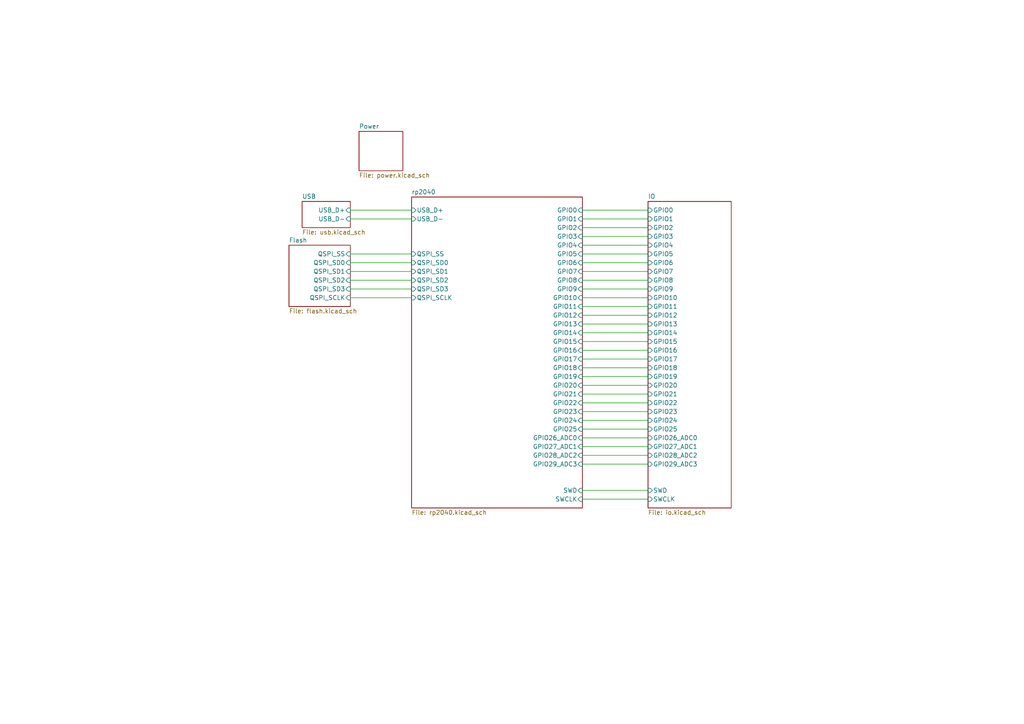
<source format=kicad_sch>
(kicad_sch
	(version 20231120)
	(generator "eeschema")
	(generator_version "8.0")
	(uuid "b920ba62-ae29-4be1-8493-2f85fc152395")
	(paper "A4")
	(title_block
		(title "rp2040-devboard")
		(rev "a")
	)
	(lib_symbols)
	(wire
		(pts
			(xy 101.6 63.5) (xy 119.38 63.5)
		)
		(stroke
			(width 0)
			(type default)
		)
		(uuid "09b550cf-29fc-4262-85d0-1ed481559a7b")
	)
	(wire
		(pts
			(xy 168.91 68.58) (xy 187.96 68.58)
		)
		(stroke
			(width 0)
			(type default)
		)
		(uuid "107f6e3c-7d0c-4156-a7e7-59f7c2448269")
	)
	(wire
		(pts
			(xy 168.91 111.76) (xy 187.96 111.76)
		)
		(stroke
			(width 0)
			(type default)
		)
		(uuid "12e33656-04a4-439e-acfd-f1f6415f33bd")
	)
	(wire
		(pts
			(xy 168.91 109.22) (xy 187.96 109.22)
		)
		(stroke
			(width 0)
			(type default)
		)
		(uuid "137ee865-9101-4461-9c57-043adedf6614")
	)
	(wire
		(pts
			(xy 168.91 132.08) (xy 187.96 132.08)
		)
		(stroke
			(width 0)
			(type default)
		)
		(uuid "157264b3-4f3d-4087-81d2-e17f916c77c7")
	)
	(wire
		(pts
			(xy 168.91 91.44) (xy 187.96 91.44)
		)
		(stroke
			(width 0)
			(type default)
		)
		(uuid "1b45643c-0659-4a67-a9a1-43c216c7713c")
	)
	(wire
		(pts
			(xy 168.91 121.92) (xy 187.96 121.92)
		)
		(stroke
			(width 0)
			(type default)
		)
		(uuid "35d60e85-c7e8-4d1c-8cff-655006adba74")
	)
	(wire
		(pts
			(xy 168.91 81.28) (xy 187.96 81.28)
		)
		(stroke
			(width 0)
			(type default)
		)
		(uuid "47170ce9-f722-48bd-8acb-edbd65199fc0")
	)
	(wire
		(pts
			(xy 168.91 93.98) (xy 187.96 93.98)
		)
		(stroke
			(width 0)
			(type default)
		)
		(uuid "49a0b8db-2f33-4163-8cc3-ca05a207577d")
	)
	(wire
		(pts
			(xy 168.91 63.5) (xy 187.96 63.5)
		)
		(stroke
			(width 0)
			(type default)
		)
		(uuid "49c70da0-e822-48e8-ba4f-fb05e26d4c69")
	)
	(wire
		(pts
			(xy 168.91 78.74) (xy 187.96 78.74)
		)
		(stroke
			(width 0)
			(type default)
		)
		(uuid "4cb8f616-b1a6-4efb-9572-fac1982bbbd4")
	)
	(wire
		(pts
			(xy 101.6 81.28) (xy 119.38 81.28)
		)
		(stroke
			(width 0)
			(type default)
		)
		(uuid "5242a295-63e7-4afe-9dff-ef2bd77dfaa8")
	)
	(wire
		(pts
			(xy 101.6 76.2) (xy 119.38 76.2)
		)
		(stroke
			(width 0)
			(type default)
		)
		(uuid "525e0c37-0076-41e1-bab5-e5eea54dff3d")
	)
	(wire
		(pts
			(xy 168.91 73.66) (xy 187.96 73.66)
		)
		(stroke
			(width 0)
			(type default)
		)
		(uuid "529e8770-884e-45c4-b13b-74be8e73384d")
	)
	(wire
		(pts
			(xy 168.91 101.6) (xy 187.96 101.6)
		)
		(stroke
			(width 0)
			(type default)
		)
		(uuid "5440f792-de25-45e9-9402-072108b24ce4")
	)
	(wire
		(pts
			(xy 101.6 78.74) (xy 119.38 78.74)
		)
		(stroke
			(width 0)
			(type default)
		)
		(uuid "6232c2ab-581a-4e27-a33d-69b12f13a774")
	)
	(wire
		(pts
			(xy 101.6 83.82) (xy 119.38 83.82)
		)
		(stroke
			(width 0)
			(type default)
		)
		(uuid "63bb5542-a07d-4a19-8251-760a7c0e85bb")
	)
	(wire
		(pts
			(xy 168.91 134.62) (xy 187.96 134.62)
		)
		(stroke
			(width 0)
			(type default)
		)
		(uuid "72815828-99ad-42c1-9690-d05501b0ea47")
	)
	(wire
		(pts
			(xy 101.6 86.36) (xy 119.38 86.36)
		)
		(stroke
			(width 0)
			(type default)
		)
		(uuid "7782f4fc-dc6e-48e5-bbdd-cd6a242ec8a5")
	)
	(wire
		(pts
			(xy 168.91 96.52) (xy 187.96 96.52)
		)
		(stroke
			(width 0)
			(type default)
		)
		(uuid "7a3ea7d7-8e60-4877-82df-12fb24b92c4b")
	)
	(wire
		(pts
			(xy 168.91 144.78) (xy 187.96 144.78)
		)
		(stroke
			(width 0)
			(type default)
		)
		(uuid "7aa11b10-b5fd-4821-a2da-630c2f9c5014")
	)
	(wire
		(pts
			(xy 168.91 106.68) (xy 187.96 106.68)
		)
		(stroke
			(width 0)
			(type default)
		)
		(uuid "7d160809-5efa-4d6e-b7c9-cffca56a0790")
	)
	(wire
		(pts
			(xy 168.91 119.38) (xy 187.96 119.38)
		)
		(stroke
			(width 0)
			(type default)
		)
		(uuid "7e7c8ab5-6b18-430b-9060-843f3416dbe4")
	)
	(wire
		(pts
			(xy 168.91 127) (xy 187.96 127)
		)
		(stroke
			(width 0)
			(type default)
		)
		(uuid "8ac651ad-0381-4cdb-9f35-4720ab9111ac")
	)
	(wire
		(pts
			(xy 168.91 124.46) (xy 187.96 124.46)
		)
		(stroke
			(width 0)
			(type default)
		)
		(uuid "947d3d51-20c1-49de-a1be-6d5baef8b372")
	)
	(wire
		(pts
			(xy 168.91 116.84) (xy 187.96 116.84)
		)
		(stroke
			(width 0)
			(type default)
		)
		(uuid "9d4aead0-3819-46f4-8ee8-b64634e46933")
	)
	(wire
		(pts
			(xy 168.91 104.14) (xy 187.96 104.14)
		)
		(stroke
			(width 0)
			(type default)
		)
		(uuid "a690b0cb-6dbd-45d9-9b8b-74e60bd47f10")
	)
	(wire
		(pts
			(xy 168.91 88.9) (xy 187.96 88.9)
		)
		(stroke
			(width 0)
			(type default)
		)
		(uuid "b4773344-d024-4a98-a24a-50372a408ece")
	)
	(wire
		(pts
			(xy 168.91 71.12) (xy 187.96 71.12)
		)
		(stroke
			(width 0)
			(type default)
		)
		(uuid "c16c8ab5-259b-48b0-aedc-44bceb469a4c")
	)
	(wire
		(pts
			(xy 168.91 86.36) (xy 187.96 86.36)
		)
		(stroke
			(width 0)
			(type default)
		)
		(uuid "c2574554-fc2a-48dd-a9ac-4abcb770d2c1")
	)
	(wire
		(pts
			(xy 101.6 73.66) (xy 119.38 73.66)
		)
		(stroke
			(width 0)
			(type default)
		)
		(uuid "c686a12d-ae38-4299-9d7b-2618544243a8")
	)
	(wire
		(pts
			(xy 168.91 99.06) (xy 187.96 99.06)
		)
		(stroke
			(width 0)
			(type default)
		)
		(uuid "cc73b241-a3d5-4fb1-b66c-2706e71e24f1")
	)
	(wire
		(pts
			(xy 168.91 60.96) (xy 187.96 60.96)
		)
		(stroke
			(width 0)
			(type default)
		)
		(uuid "cd9f7c40-9dd9-4afa-bd35-befbca1b5e51")
	)
	(wire
		(pts
			(xy 168.91 76.2) (xy 187.96 76.2)
		)
		(stroke
			(width 0)
			(type default)
		)
		(uuid "e4a52276-1e08-4c67-92bb-7c5fd46cdd10")
	)
	(wire
		(pts
			(xy 168.91 114.3) (xy 187.96 114.3)
		)
		(stroke
			(width 0)
			(type default)
		)
		(uuid "eefe5f61-901a-476e-a5ce-8fa94321d9c4")
	)
	(wire
		(pts
			(xy 168.91 66.04) (xy 187.96 66.04)
		)
		(stroke
			(width 0)
			(type default)
		)
		(uuid "f41caaa9-076a-4037-9593-a2fa5b2631fb")
	)
	(wire
		(pts
			(xy 101.6 60.96) (xy 119.38 60.96)
		)
		(stroke
			(width 0)
			(type default)
		)
		(uuid "f866a7c5-8e18-4dbb-b75e-d04a0b20e6ed")
	)
	(wire
		(pts
			(xy 168.91 129.54) (xy 187.96 129.54)
		)
		(stroke
			(width 0)
			(type default)
		)
		(uuid "fafd7894-98b4-4823-94a3-473215a45ac8")
	)
	(wire
		(pts
			(xy 168.91 142.24) (xy 187.96 142.24)
		)
		(stroke
			(width 0)
			(type default)
		)
		(uuid "fd66d4a7-0648-471a-9a0c-a14ed7ac5d09")
	)
	(wire
		(pts
			(xy 168.91 83.82) (xy 187.96 83.82)
		)
		(stroke
			(width 0)
			(type default)
		)
		(uuid "fdec2d2a-356b-4f1a-b759-d8f399f12e18")
	)
	(sheet
		(at 83.82 71.12)
		(size 17.78 17.78)
		(fields_autoplaced yes)
		(stroke
			(width 0.1524)
			(type solid)
		)
		(fill
			(color 0 0 0 0.0000)
		)
		(uuid "48cf85d8-1191-475f-b46f-33b4f0843849")
		(property "Sheetname" "Flash"
			(at 83.82 70.4084 0)
			(effects
				(font
					(size 1.27 1.27)
				)
				(justify left bottom)
			)
		)
		(property "Sheetfile" "flash.kicad_sch"
			(at 83.82 89.4846 0)
			(effects
				(font
					(size 1.27 1.27)
				)
				(justify left top)
			)
		)
		(pin "QSPI_SD2" input
			(at 101.6 81.28 0)
			(effects
				(font
					(size 1.27 1.27)
				)
				(justify right)
			)
			(uuid "e8f2e9e2-9a40-492d-9f4c-c64a2ce8f9a8")
		)
		(pin "QSPI_SD3" input
			(at 101.6 83.82 0)
			(effects
				(font
					(size 1.27 1.27)
				)
				(justify right)
			)
			(uuid "05fa994a-e0a2-489f-bf8b-9d873f433cea")
		)
		(pin "QSPI_SD0" input
			(at 101.6 76.2 0)
			(effects
				(font
					(size 1.27 1.27)
				)
				(justify right)
			)
			(uuid "5d643b45-805e-4048-ad55-ea346c694089")
		)
		(pin "QSPI_SD1" input
			(at 101.6 78.74 0)
			(effects
				(font
					(size 1.27 1.27)
				)
				(justify right)
			)
			(uuid "65446345-ddde-441f-b51e-57fe542a9a19")
		)
		(pin "QSPI_SS" input
			(at 101.6 73.66 0)
			(effects
				(font
					(size 1.27 1.27)
				)
				(justify right)
			)
			(uuid "b879db41-f974-4638-8b17-333295af9769")
		)
		(pin "QSPI_SCLK" input
			(at 101.6 86.36 0)
			(effects
				(font
					(size 1.27 1.27)
				)
				(justify right)
			)
			(uuid "940cbed8-9fe8-45e2-af7b-4bdc8f641989")
		)
		(instances
			(project "rp2040-devboard"
				(path "/b920ba62-ae29-4be1-8493-2f85fc152395"
					(page "5")
				)
			)
		)
	)
	(sheet
		(at 104.14 38.1)
		(size 12.7 11.43)
		(fields_autoplaced yes)
		(stroke
			(width 0.1524)
			(type solid)
		)
		(fill
			(color 0 0 0 0.0000)
		)
		(uuid "5faff83a-a55f-432a-a894-41625bd27fd0")
		(property "Sheetname" "Power"
			(at 104.14 37.3884 0)
			(effects
				(font
					(size 1.27 1.27)
				)
				(justify left bottom)
			)
		)
		(property "Sheetfile" "power.kicad_sch"
			(at 104.14 50.1146 0)
			(effects
				(font
					(size 1.27 1.27)
				)
				(justify left top)
			)
		)
		(instances
			(project "rp2040-devboard"
				(path "/b920ba62-ae29-4be1-8493-2f85fc152395"
					(page "3")
				)
			)
		)
	)
	(sheet
		(at 87.63 58.42)
		(size 13.97 7.62)
		(fields_autoplaced yes)
		(stroke
			(width 0.1524)
			(type solid)
		)
		(fill
			(color 0 0 0 0.0000)
		)
		(uuid "9891aa85-a7ae-4ee7-907f-2120e5d653bc")
		(property "Sheetname" "USB"
			(at 87.63 57.7084 0)
			(effects
				(font
					(size 1.27 1.27)
				)
				(justify left bottom)
			)
		)
		(property "Sheetfile" "usb.kicad_sch"
			(at 87.63 66.6246 0)
			(effects
				(font
					(size 1.27 1.27)
				)
				(justify left top)
			)
		)
		(pin "USB_D+" input
			(at 101.6 60.96 0)
			(effects
				(font
					(size 1.27 1.27)
				)
				(justify right)
			)
			(uuid "41ff382d-281f-49fe-80d7-62997a1816b0")
		)
		(pin "USB_D-" input
			(at 101.6 63.5 0)
			(effects
				(font
					(size 1.27 1.27)
				)
				(justify right)
			)
			(uuid "362e2653-5ccc-48ae-b51c-3f1c42ff7443")
		)
		(instances
			(project "rp2040-devboard"
				(path "/b920ba62-ae29-4be1-8493-2f85fc152395"
					(page "2")
				)
			)
		)
	)
	(sheet
		(at 119.38 57.15)
		(size 49.53 90.17)
		(fields_autoplaced yes)
		(stroke
			(width 0.1524)
			(type solid)
		)
		(fill
			(color 0 0 0 0.0000)
		)
		(uuid "f6b75d06-e2a8-4cde-87f9-edbb0b8d1ddb")
		(property "Sheetname" "rp2040"
			(at 119.38 56.4384 0)
			(effects
				(font
					(size 1.27 1.27)
				)
				(justify left bottom)
			)
		)
		(property "Sheetfile" "rp2040.kicad_sch"
			(at 119.38 147.9046 0)
			(effects
				(font
					(size 1.27 1.27)
				)
				(justify left top)
			)
		)
		(pin "USB_D-" input
			(at 119.38 63.5 180)
			(effects
				(font
					(size 1.27 1.27)
				)
				(justify left)
			)
			(uuid "bfba0154-336c-4cc6-bfa9-44f822d2831f")
		)
		(pin "USB_D+" input
			(at 119.38 60.96 180)
			(effects
				(font
					(size 1.27 1.27)
				)
				(justify left)
			)
			(uuid "bd1fa90a-0be1-4de1-890d-b53151fd0cf6")
		)
		(pin "QSPI_SS" input
			(at 119.38 73.66 180)
			(effects
				(font
					(size 1.27 1.27)
				)
				(justify left)
			)
			(uuid "1b5df5ef-0c2c-4673-af5e-6fed0456ab4d")
		)
		(pin "QSPI_SD1" input
			(at 119.38 78.74 180)
			(effects
				(font
					(size 1.27 1.27)
				)
				(justify left)
			)
			(uuid "d2d05693-f334-4cde-894a-7849f598ff38")
		)
		(pin "QSPI_SD3" input
			(at 119.38 83.82 180)
			(effects
				(font
					(size 1.27 1.27)
				)
				(justify left)
			)
			(uuid "3d17dfc0-a802-43bf-809e-8fba4065ad3a")
		)
		(pin "QSPI_SD2" input
			(at 119.38 81.28 180)
			(effects
				(font
					(size 1.27 1.27)
				)
				(justify left)
			)
			(uuid "118a5332-0848-459c-b45e-9f31a785ab41")
		)
		(pin "QSPI_SCLK" input
			(at 119.38 86.36 180)
			(effects
				(font
					(size 1.27 1.27)
				)
				(justify left)
			)
			(uuid "1c054a5c-f85c-40ff-a6b9-d02f59d4b566")
		)
		(pin "QSPI_SD0" input
			(at 119.38 76.2 180)
			(effects
				(font
					(size 1.27 1.27)
				)
				(justify left)
			)
			(uuid "06c9db15-9435-4a11-ae76-815483eb0093")
		)
		(pin "GPIO0" input
			(at 168.91 60.96 0)
			(effects
				(font
					(size 1.27 1.27)
				)
				(justify right)
			)
			(uuid "3ea07094-44f4-4a63-893f-18fa2aad898d")
		)
		(pin "GPIO2" input
			(at 168.91 66.04 0)
			(effects
				(font
					(size 1.27 1.27)
				)
				(justify right)
			)
			(uuid "22889984-2a49-48d8-bb08-ea80aca7ca19")
		)
		(pin "GPIO1" input
			(at 168.91 63.5 0)
			(effects
				(font
					(size 1.27 1.27)
				)
				(justify right)
			)
			(uuid "abc6ea59-1e32-4460-ac23-e30c2e0c198f")
		)
		(pin "GPIO13" input
			(at 168.91 93.98 0)
			(effects
				(font
					(size 1.27 1.27)
				)
				(justify right)
			)
			(uuid "84e12ee6-2350-4ee0-a838-e496a0927c93")
		)
		(pin "GPIO14" input
			(at 168.91 96.52 0)
			(effects
				(font
					(size 1.27 1.27)
				)
				(justify right)
			)
			(uuid "c3f0fd18-7b51-4bf5-9965-532e808984dd")
		)
		(pin "GPIO12" input
			(at 168.91 91.44 0)
			(effects
				(font
					(size 1.27 1.27)
				)
				(justify right)
			)
			(uuid "3776dba4-0251-492d-9c41-4d506e05d329")
		)
		(pin "GPIO11" input
			(at 168.91 88.9 0)
			(effects
				(font
					(size 1.27 1.27)
				)
				(justify right)
			)
			(uuid "465d626c-a213-4006-9c81-9ae9f9c42a52")
		)
		(pin "GPIO6" input
			(at 168.91 76.2 0)
			(effects
				(font
					(size 1.27 1.27)
				)
				(justify right)
			)
			(uuid "61236fdb-1b24-4a33-bf35-8b314e3e5a1a")
		)
		(pin "GPIO3" input
			(at 168.91 68.58 0)
			(effects
				(font
					(size 1.27 1.27)
				)
				(justify right)
			)
			(uuid "60bb3547-8c32-4ef9-b4eb-7be673b73c48")
		)
		(pin "GPIO4" input
			(at 168.91 71.12 0)
			(effects
				(font
					(size 1.27 1.27)
				)
				(justify right)
			)
			(uuid "b41501e3-a16e-45f4-813d-9f79dc07a92f")
		)
		(pin "GPIO5" input
			(at 168.91 73.66 0)
			(effects
				(font
					(size 1.27 1.27)
				)
				(justify right)
			)
			(uuid "f58f3236-8ed2-4ed4-bf78-645eb3160f6b")
		)
		(pin "GPIO10" input
			(at 168.91 86.36 0)
			(effects
				(font
					(size 1.27 1.27)
				)
				(justify right)
			)
			(uuid "6528be6e-c880-4516-95dd-788bc1b4b765")
		)
		(pin "GPIO9" input
			(at 168.91 83.82 0)
			(effects
				(font
					(size 1.27 1.27)
				)
				(justify right)
			)
			(uuid "f28484f0-e6f6-4fe3-a03e-61568ed0ec77")
		)
		(pin "GPIO7" input
			(at 168.91 78.74 0)
			(effects
				(font
					(size 1.27 1.27)
				)
				(justify right)
			)
			(uuid "c89fa949-ac2e-4404-8e24-e29844841b14")
		)
		(pin "GPIO8" input
			(at 168.91 81.28 0)
			(effects
				(font
					(size 1.27 1.27)
				)
				(justify right)
			)
			(uuid "bb43e4d9-7bac-4300-b6ae-217896484bb4")
		)
		(pin "GPIO29_ADC3" input
			(at 168.91 134.62 0)
			(effects
				(font
					(size 1.27 1.27)
				)
				(justify right)
			)
			(uuid "cd8703a7-4b6b-44e0-aa10-04aa196ee3aa")
		)
		(pin "GPIO28_ADC2" input
			(at 168.91 132.08 0)
			(effects
				(font
					(size 1.27 1.27)
				)
				(justify right)
			)
			(uuid "c0bd819c-d2a5-4276-9976-d5f2d48011a5")
		)
		(pin "GPIO27_ADC1" input
			(at 168.91 129.54 0)
			(effects
				(font
					(size 1.27 1.27)
				)
				(justify right)
			)
			(uuid "172568c8-42be-4c47-832b-c4bb2ea4e415")
		)
		(pin "GPIO26_ADC0" input
			(at 168.91 127 0)
			(effects
				(font
					(size 1.27 1.27)
				)
				(justify right)
			)
			(uuid "0a65ac01-710b-4f40-ad2c-bece919a9166")
		)
		(pin "GPIO25" input
			(at 168.91 124.46 0)
			(effects
				(font
					(size 1.27 1.27)
				)
				(justify right)
			)
			(uuid "8ce257bb-618f-4bd0-9da7-2eac6d7bc540")
		)
		(pin "GPIO21" input
			(at 168.91 114.3 0)
			(effects
				(font
					(size 1.27 1.27)
				)
				(justify right)
			)
			(uuid "595a7fcf-14fa-4fdb-8d03-6f545edeb6cd")
		)
		(pin "GPIO24" input
			(at 168.91 121.92 0)
			(effects
				(font
					(size 1.27 1.27)
				)
				(justify right)
			)
			(uuid "7134dad2-8cf1-4ee1-9488-e25ce355555e")
		)
		(pin "GPIO22" input
			(at 168.91 116.84 0)
			(effects
				(font
					(size 1.27 1.27)
				)
				(justify right)
			)
			(uuid "0f022c90-4997-4a84-9d90-51139e5bd9c4")
		)
		(pin "GPIO23" input
			(at 168.91 119.38 0)
			(effects
				(font
					(size 1.27 1.27)
				)
				(justify right)
			)
			(uuid "a954f872-9145-43e4-acf1-6630333d59eb")
		)
		(pin "GPIO18" input
			(at 168.91 106.68 0)
			(effects
				(font
					(size 1.27 1.27)
				)
				(justify right)
			)
			(uuid "0799aa52-1d2e-4025-8667-eb395c39dde2")
		)
		(pin "GPIO15" input
			(at 168.91 99.06 0)
			(effects
				(font
					(size 1.27 1.27)
				)
				(justify right)
			)
			(uuid "b0ec6bc2-fadb-4c72-9a29-735b7e05f461")
		)
		(pin "GPIO17" input
			(at 168.91 104.14 0)
			(effects
				(font
					(size 1.27 1.27)
				)
				(justify right)
			)
			(uuid "1a987d5d-dbde-437a-8a52-c48eaf5690a4")
		)
		(pin "GPIO19" input
			(at 168.91 109.22 0)
			(effects
				(font
					(size 1.27 1.27)
				)
				(justify right)
			)
			(uuid "7183ffe3-2402-4a8c-8fc9-31a38a50c297")
		)
		(pin "GPIO20" input
			(at 168.91 111.76 0)
			(effects
				(font
					(size 1.27 1.27)
				)
				(justify right)
			)
			(uuid "ada5318e-458a-43d8-96be-33d97d368979")
		)
		(pin "GPIO16" input
			(at 168.91 101.6 0)
			(effects
				(font
					(size 1.27 1.27)
				)
				(justify right)
			)
			(uuid "e3ef81c3-b4fb-4cb8-8dbe-b43a36f1a660")
		)
		(pin "SWD" input
			(at 168.91 142.24 0)
			(effects
				(font
					(size 1.27 1.27)
				)
				(justify right)
			)
			(uuid "ff26ed9c-87ea-484b-b802-bcf6ff5b32da")
		)
		(pin "SWCLK" input
			(at 168.91 144.78 0)
			(effects
				(font
					(size 1.27 1.27)
				)
				(justify right)
			)
			(uuid "464ffad2-999e-4ca1-a26d-08cf548c1d46")
		)
		(instances
			(project "rp2040-devboard"
				(path "/b920ba62-ae29-4be1-8493-2f85fc152395"
					(page "4")
				)
			)
		)
	)
	(sheet
		(at 187.96 58.42)
		(size 24.13 88.9)
		(fields_autoplaced yes)
		(stroke
			(width 0.1524)
			(type solid)
		)
		(fill
			(color 0 0 0 0.0000)
		)
		(uuid "fd77df0d-b127-4b66-9a59-114571319e67")
		(property "Sheetname" "IO"
			(at 187.96 57.7084 0)
			(effects
				(font
					(size 1.27 1.27)
				)
				(justify left bottom)
			)
		)
		(property "Sheetfile" "io.kicad_sch"
			(at 187.96 147.9046 0)
			(effects
				(font
					(size 1.27 1.27)
				)
				(justify left top)
			)
		)
		(pin "GPIO14" input
			(at 187.96 96.52 180)
			(effects
				(font
					(size 1.27 1.27)
				)
				(justify left)
			)
			(uuid "6db21fa7-b3b2-495a-ba9d-316c1f058cf6")
		)
		(pin "GPIO15" input
			(at 187.96 99.06 180)
			(effects
				(font
					(size 1.27 1.27)
				)
				(justify left)
			)
			(uuid "97f407bd-b019-455e-bebe-324ca79be5e0")
		)
		(pin "GPIO16" input
			(at 187.96 101.6 180)
			(effects
				(font
					(size 1.27 1.27)
				)
				(justify left)
			)
			(uuid "070bf493-470d-4035-9935-cc71fd26a3bd")
		)
		(pin "GPIO17" input
			(at 187.96 104.14 180)
			(effects
				(font
					(size 1.27 1.27)
				)
				(justify left)
			)
			(uuid "d4a5ba02-b191-41c8-b807-7d0aee96ec27")
		)
		(pin "GPIO18" input
			(at 187.96 106.68 180)
			(effects
				(font
					(size 1.27 1.27)
				)
				(justify left)
			)
			(uuid "c37a8315-7316-4bb4-a7de-9a7465b2f48f")
		)
		(pin "GPIO19" input
			(at 187.96 109.22 180)
			(effects
				(font
					(size 1.27 1.27)
				)
				(justify left)
			)
			(uuid "513ac4db-6b93-49ed-aa5a-847d9826c223")
		)
		(pin "GPIO20" input
			(at 187.96 111.76 180)
			(effects
				(font
					(size 1.27 1.27)
				)
				(justify left)
			)
			(uuid "dc2556e3-08a7-4e38-b117-949c34f21a2d")
		)
		(pin "GPIO21" input
			(at 187.96 114.3 180)
			(effects
				(font
					(size 1.27 1.27)
				)
				(justify left)
			)
			(uuid "d4aea021-5f19-4aa5-a98e-7c3339fe08d4")
		)
		(pin "GPIO22" input
			(at 187.96 116.84 180)
			(effects
				(font
					(size 1.27 1.27)
				)
				(justify left)
			)
			(uuid "c67e2fc2-c560-4939-b065-e9d8091e4e16")
		)
		(pin "GPIO3" input
			(at 187.96 68.58 180)
			(effects
				(font
					(size 1.27 1.27)
				)
				(justify left)
			)
			(uuid "5f41feb1-9d6d-44df-9d07-88cb6ec8c68b")
		)
		(pin "GPIO0" input
			(at 187.96 60.96 180)
			(effects
				(font
					(size 1.27 1.27)
				)
				(justify left)
			)
			(uuid "f1eb001e-79f7-4cf9-8ec3-67fd7444e21f")
		)
		(pin "GPIO2" input
			(at 187.96 66.04 180)
			(effects
				(font
					(size 1.27 1.27)
				)
				(justify left)
			)
			(uuid "113c0116-a3ef-4513-b1db-17d264fe0de0")
		)
		(pin "GPIO1" input
			(at 187.96 63.5 180)
			(effects
				(font
					(size 1.27 1.27)
				)
				(justify left)
			)
			(uuid "948528c2-15c8-4fb2-bfc7-591cb8f0149c")
		)
		(pin "GPIO9" input
			(at 187.96 83.82 180)
			(effects
				(font
					(size 1.27 1.27)
				)
				(justify left)
			)
			(uuid "1a1ca14a-a9db-4f31-b6f7-6fda5dd602a3")
		)
		(pin "GPIO11" input
			(at 187.96 88.9 180)
			(effects
				(font
					(size 1.27 1.27)
				)
				(justify left)
			)
			(uuid "680bbe1d-6b55-4b9f-8b06-1b8307ae1ab2")
		)
		(pin "GPIO10" input
			(at 187.96 86.36 180)
			(effects
				(font
					(size 1.27 1.27)
				)
				(justify left)
			)
			(uuid "8c1facd7-a323-411b-b833-7c5969d00ec4")
		)
		(pin "GPIO12" input
			(at 187.96 91.44 180)
			(effects
				(font
					(size 1.27 1.27)
				)
				(justify left)
			)
			(uuid "23d1fbab-eac5-4c8a-bd4b-20130473bb1e")
		)
		(pin "GPIO13" input
			(at 187.96 93.98 180)
			(effects
				(font
					(size 1.27 1.27)
				)
				(justify left)
			)
			(uuid "ed70afe6-e69f-4e9e-b3fa-922cfc540925")
		)
		(pin "GPIO4" input
			(at 187.96 71.12 180)
			(effects
				(font
					(size 1.27 1.27)
				)
				(justify left)
			)
			(uuid "52c10660-c66b-4baf-b8a1-48f5ba2a398a")
		)
		(pin "GPIO5" input
			(at 187.96 73.66 180)
			(effects
				(font
					(size 1.27 1.27)
				)
				(justify left)
			)
			(uuid "97bcaedc-abb6-4fc6-9e4e-7fbe5a3ccc37")
		)
		(pin "GPIO6" input
			(at 187.96 76.2 180)
			(effects
				(font
					(size 1.27 1.27)
				)
				(justify left)
			)
			(uuid "5572f2c8-603f-494c-b30d-6e5488213015")
		)
		(pin "GPIO7" input
			(at 187.96 78.74 180)
			(effects
				(font
					(size 1.27 1.27)
				)
				(justify left)
			)
			(uuid "dddcea79-bee5-4c78-8b1a-9d37a226df83")
		)
		(pin "GPIO8" input
			(at 187.96 81.28 180)
			(effects
				(font
					(size 1.27 1.27)
				)
				(justify left)
			)
			(uuid "3b2fd5ea-b7fb-43aa-9340-b2798c1e608b")
		)
		(pin "GPIO23" input
			(at 187.96 119.38 180)
			(effects
				(font
					(size 1.27 1.27)
				)
				(justify left)
			)
			(uuid "96b9e831-b820-4209-9b5d-442f9db2c0c2")
		)
		(pin "GPIO24" input
			(at 187.96 121.92 180)
			(effects
				(font
					(size 1.27 1.27)
				)
				(justify left)
			)
			(uuid "01f199ef-a5ae-467e-ab46-b40ea3e19818")
		)
		(pin "GPIO25" input
			(at 187.96 124.46 180)
			(effects
				(font
					(size 1.27 1.27)
				)
				(justify left)
			)
			(uuid "340d7553-31ea-4a7d-b6f8-02daeaa55605")
		)
		(pin "GPIO26_ADC0" input
			(at 187.96 127 180)
			(effects
				(font
					(size 1.27 1.27)
				)
				(justify left)
			)
			(uuid "47b5475f-76d1-4103-a144-e3863e75ebe8")
		)
		(pin "GPIO28_ADC2" input
			(at 187.96 132.08 180)
			(effects
				(font
					(size 1.27 1.27)
				)
				(justify left)
			)
			(uuid "dbb85e99-4e1d-46fb-b319-e181231a48af")
		)
		(pin "GPIO27_ADC1" input
			(at 187.96 129.54 180)
			(effects
				(font
					(size 1.27 1.27)
				)
				(justify left)
			)
			(uuid "8a2e64f4-2805-4e90-a295-a07edd444733")
		)
		(pin "GPIO29_ADC3" input
			(at 187.96 134.62 180)
			(effects
				(font
					(size 1.27 1.27)
				)
				(justify left)
			)
			(uuid "90d7435b-efd9-4449-909a-4241280f12a0")
		)
		(pin "SWD" input
			(at 187.96 142.24 180)
			(effects
				(font
					(size 1.27 1.27)
				)
				(justify left)
			)
			(uuid "a1e4f5f0-23fe-4dd0-a9de-b3a44a46bccc")
		)
		(pin "SWCLK" input
			(at 187.96 144.78 180)
			(effects
				(font
					(size 1.27 1.27)
				)
				(justify left)
			)
			(uuid "3bbac511-0eee-45d6-ae6c-373235ae326d")
		)
		(instances
			(project "rp2040-devboard"
				(path "/b920ba62-ae29-4be1-8493-2f85fc152395"
					(page "6")
				)
			)
		)
	)
	(sheet_instances
		(path "/"
			(page "1")
		)
	)
)

</source>
